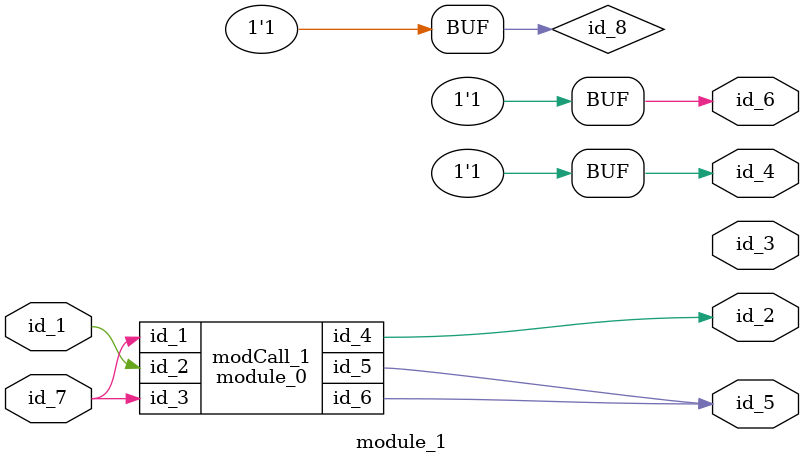
<source format=v>
module module_0 (
    id_1,
    id_2,
    id_3,
    id_4,
    id_5,
    id_6
);
  output wire id_6;
  output wire id_5;
  output wire id_4;
  input wire id_3;
  input wire id_2;
  input wire id_1;
  assign id_4 = 1'b0;
endmodule
module module_1 (
    id_1,
    id_2,
    id_3,
    id_4,
    id_5,
    id_6,
    id_7
);
  input wire id_7;
  output wire id_6;
  output wire id_5;
  output wire id_4;
  output wire id_3;
  output wire id_2;
  input wire id_1;
  always #1 id_4 <= 1;
  reg id_8;
  initial id_6 <= id_8;
  assign id_8 = 1;
  module_0 modCall_1 (
      id_7,
      id_1,
      id_7,
      id_2,
      id_5,
      id_5
  );
  wire id_9;
endmodule

</source>
